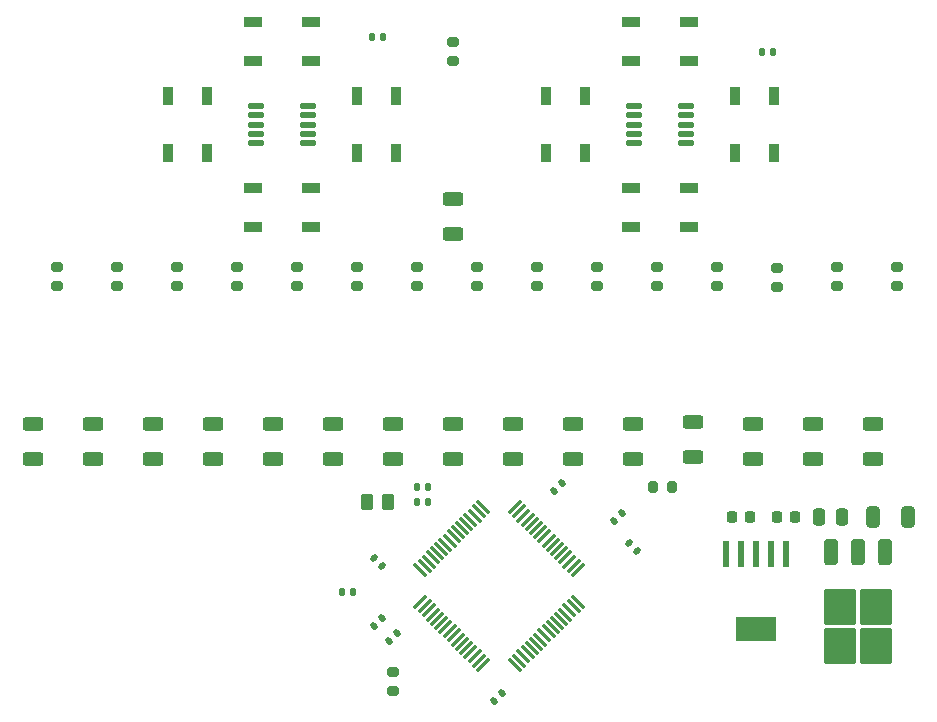
<source format=gbr>
%TF.GenerationSoftware,KiCad,Pcbnew,7.0.9*%
%TF.CreationDate,2024-05-07T12:38:31+09:00*%
%TF.ProjectId,04-line,30342d6c-696e-4652-9e6b-696361645f70,rev?*%
%TF.SameCoordinates,Original*%
%TF.FileFunction,Paste,Bot*%
%TF.FilePolarity,Positive*%
%FSLAX46Y46*%
G04 Gerber Fmt 4.6, Leading zero omitted, Abs format (unit mm)*
G04 Created by KiCad (PCBNEW 7.0.9) date 2024-05-07 12:38:31*
%MOMM*%
%LPD*%
G01*
G04 APERTURE LIST*
G04 Aperture macros list*
%AMRoundRect*
0 Rectangle with rounded corners*
0 $1 Rounding radius*
0 $2 $3 $4 $5 $6 $7 $8 $9 X,Y pos of 4 corners*
0 Add a 4 corners polygon primitive as box body*
4,1,4,$2,$3,$4,$5,$6,$7,$8,$9,$2,$3,0*
0 Add four circle primitives for the rounded corners*
1,1,$1+$1,$2,$3*
1,1,$1+$1,$4,$5*
1,1,$1+$1,$6,$7*
1,1,$1+$1,$8,$9*
0 Add four rect primitives between the rounded corners*
20,1,$1+$1,$2,$3,$4,$5,0*
20,1,$1+$1,$4,$5,$6,$7,0*
20,1,$1+$1,$6,$7,$8,$9,0*
20,1,$1+$1,$8,$9,$2,$3,0*%
G04 Aperture macros list end*
%ADD10RoundRect,0.140000X-0.140000X-0.170000X0.140000X-0.170000X0.140000X0.170000X-0.140000X0.170000X0*%
%ADD11R,0.900000X1.500000*%
%ADD12RoundRect,0.200000X-0.200000X-0.275000X0.200000X-0.275000X0.200000X0.275000X-0.200000X0.275000X0*%
%ADD13RoundRect,0.200000X0.275000X-0.200000X0.275000X0.200000X-0.275000X0.200000X-0.275000X-0.200000X0*%
%ADD14RoundRect,0.125000X0.575000X0.125000X-0.575000X0.125000X-0.575000X-0.125000X0.575000X-0.125000X0*%
%ADD15RoundRect,0.250000X0.325000X0.650000X-0.325000X0.650000X-0.325000X-0.650000X0.325000X-0.650000X0*%
%ADD16RoundRect,0.250000X0.625000X-0.312500X0.625000X0.312500X-0.625000X0.312500X-0.625000X-0.312500X0*%
%ADD17RoundRect,0.250000X-0.250000X-0.475000X0.250000X-0.475000X0.250000X0.475000X-0.250000X0.475000X0*%
%ADD18R,1.500000X0.900000*%
%ADD19RoundRect,0.250000X-0.262500X-0.450000X0.262500X-0.450000X0.262500X0.450000X-0.262500X0.450000X0*%
%ADD20R,0.600000X2.200000*%
%ADD21R,3.450000X2.150000*%
%ADD22RoundRect,0.140000X0.021213X-0.219203X0.219203X-0.021213X-0.021213X0.219203X-0.219203X0.021213X0*%
%ADD23RoundRect,0.140000X0.219203X0.021213X0.021213X0.219203X-0.219203X-0.021213X-0.021213X-0.219203X0*%
%ADD24RoundRect,0.140000X-0.021213X0.219203X-0.219203X0.021213X0.021213X-0.219203X0.219203X-0.021213X0*%
%ADD25RoundRect,0.075000X-0.548008X0.441942X0.441942X-0.548008X0.548008X-0.441942X-0.441942X0.548008X0*%
%ADD26RoundRect,0.075000X-0.548008X-0.441942X-0.441942X-0.548008X0.548008X0.441942X0.441942X0.548008X0*%
%ADD27RoundRect,0.225000X0.225000X0.250000X-0.225000X0.250000X-0.225000X-0.250000X0.225000X-0.250000X0*%
%ADD28RoundRect,0.250000X-0.350000X0.850000X-0.350000X-0.850000X0.350000X-0.850000X0.350000X0.850000X0*%
%ADD29RoundRect,0.250000X-1.125000X1.275000X-1.125000X-1.275000X1.125000X-1.275000X1.125000X1.275000X0*%
%ADD30RoundRect,0.140000X0.140000X0.170000X-0.140000X0.170000X-0.140000X-0.170000X0.140000X-0.170000X0*%
%ADD31RoundRect,0.140000X-0.219203X-0.021213X-0.021213X-0.219203X0.219203X0.021213X0.021213X0.219203X0*%
%ADD32RoundRect,0.225000X-0.225000X-0.250000X0.225000X-0.250000X0.225000X0.250000X-0.225000X0.250000X0*%
%ADD33RoundRect,0.200000X-0.275000X0.200000X-0.275000X-0.200000X0.275000X-0.200000X0.275000X0.200000X0*%
G04 APERTURE END LIST*
D10*
%TO.C,C15*%
X80800000Y-121920000D03*
X81760000Y-121920000D03*
%TD*%
D11*
%TO.C,D6*%
X75750500Y-87550000D03*
X79050500Y-87550000D03*
X79050500Y-92450000D03*
X75750500Y-92450000D03*
%TD*%
D12*
%TO.C,R26*%
X100775000Y-120650000D03*
X102425000Y-120650000D03*
%TD*%
D10*
%TO.C,C16*%
X80800000Y-120650000D03*
X81760000Y-120650000D03*
%TD*%
D13*
%TO.C,R9*%
X83820000Y-84645000D03*
X83820000Y-82995000D03*
%TD*%
D14*
%TO.C,U25*%
X71600500Y-88400000D03*
X71600500Y-89200000D03*
X71600500Y-90000000D03*
X71600500Y-90800000D03*
X71600500Y-91600000D03*
X67200500Y-91600000D03*
X67200500Y-90800000D03*
X67200500Y-90000000D03*
X67200500Y-89200000D03*
X67200500Y-88400000D03*
%TD*%
D15*
%TO.C,C10*%
X122380000Y-123190000D03*
X119430000Y-123190000D03*
%TD*%
D16*
%TO.C,R14*%
X58420000Y-118302500D03*
X58420000Y-115377500D03*
%TD*%
D10*
%TO.C,C6*%
X110010000Y-83820000D03*
X110970000Y-83820000D03*
%TD*%
D16*
%TO.C,R30*%
X99060000Y-118302500D03*
X99060000Y-115377500D03*
%TD*%
D13*
%TO.C,R25*%
X121475000Y-103695000D03*
X121475000Y-102045000D03*
%TD*%
%TO.C,R4*%
X65595000Y-103695000D03*
X65595000Y-102045000D03*
%TD*%
D16*
%TO.C,R10*%
X78740000Y-118302500D03*
X78740000Y-115377500D03*
%TD*%
%TO.C,R34*%
X119380000Y-118302500D03*
X119380000Y-115377500D03*
%TD*%
D13*
%TO.C,R24*%
X116395000Y-103695000D03*
X116395000Y-102045000D03*
%TD*%
D16*
%TO.C,R12*%
X68580000Y-118302500D03*
X68580000Y-115377500D03*
%TD*%
D13*
%TO.C,R7*%
X50355000Y-103695000D03*
X50355000Y-102045000D03*
%TD*%
%TO.C,R21*%
X101155000Y-103695000D03*
X101155000Y-102045000D03*
%TD*%
D16*
%TO.C,R33*%
X114300000Y-118302500D03*
X114300000Y-115377500D03*
%TD*%
%TO.C,R17*%
X83820000Y-118302500D03*
X83820000Y-115377500D03*
%TD*%
D13*
%TO.C,R23*%
X111315000Y-103755000D03*
X111315000Y-102105000D03*
%TD*%
D16*
%TO.C,R11*%
X73660000Y-118302500D03*
X73660000Y-115377500D03*
%TD*%
%TO.C,R18*%
X83820000Y-99252500D03*
X83820000Y-96327500D03*
%TD*%
%TO.C,R16*%
X48260000Y-118302500D03*
X48260000Y-115377500D03*
%TD*%
%TO.C,R32*%
X109220000Y-118302500D03*
X109220000Y-115377500D03*
%TD*%
D13*
%TO.C,R3*%
X70675000Y-103695000D03*
X70675000Y-102045000D03*
%TD*%
D17*
%TO.C,C9*%
X114875000Y-123190000D03*
X116775000Y-123190000D03*
%TD*%
D18*
%TO.C,D5*%
X71850500Y-95350000D03*
X71850500Y-98650000D03*
X66950500Y-98650000D03*
X66950500Y-95350000D03*
%TD*%
D19*
%TO.C,FB1*%
X76557500Y-121920000D03*
X78382500Y-121920000D03*
%TD*%
D18*
%TO.C,D3*%
X103850500Y-81350000D03*
X103850500Y-84650000D03*
X98950500Y-84650000D03*
X98950500Y-81350000D03*
%TD*%
D11*
%TO.C,D8*%
X63050500Y-92450000D03*
X59750500Y-92450000D03*
X59750500Y-87550000D03*
X63050500Y-87550000D03*
%TD*%
D20*
%TO.C,U27*%
X106935000Y-126402500D03*
X108205000Y-126402500D03*
X109475000Y-126402500D03*
X110745000Y-126402500D03*
X112015000Y-126402500D03*
D21*
X109475000Y-132702500D03*
%TD*%
D22*
%TO.C,C4*%
X77130589Y-132419411D03*
X77809411Y-131740589D03*
%TD*%
D23*
%TO.C,C5*%
X77809411Y-127339411D03*
X77130589Y-126660589D03*
%TD*%
D24*
%TO.C,C12*%
X93049411Y-120310589D03*
X92370589Y-120989411D03*
%TD*%
D16*
%TO.C,R31*%
X104140000Y-118110000D03*
X104140000Y-115185000D03*
%TD*%
%TO.C,R28*%
X88900000Y-118302500D03*
X88900000Y-115377500D03*
%TD*%
D13*
%TO.C,R22*%
X106235000Y-103695000D03*
X106235000Y-102045000D03*
%TD*%
D25*
%TO.C,U24*%
X81083678Y-127707106D03*
X81437231Y-127353553D03*
X81790784Y-127000000D03*
X82144338Y-126646446D03*
X82497891Y-126292893D03*
X82851445Y-125939339D03*
X83204998Y-125585786D03*
X83558551Y-125232233D03*
X83912105Y-124878679D03*
X84265658Y-124525126D03*
X84619211Y-124171573D03*
X84972765Y-123818019D03*
X85326318Y-123464466D03*
X85679872Y-123110912D03*
X86033425Y-122757359D03*
X86386978Y-122403806D03*
D26*
X89109340Y-122403806D03*
X89462893Y-122757359D03*
X89816446Y-123110912D03*
X90170000Y-123464466D03*
X90523553Y-123818019D03*
X90877107Y-124171573D03*
X91230660Y-124525126D03*
X91584213Y-124878679D03*
X91937767Y-125232233D03*
X92291320Y-125585786D03*
X92644873Y-125939339D03*
X92998427Y-126292893D03*
X93351980Y-126646446D03*
X93705534Y-127000000D03*
X94059087Y-127353553D03*
X94412640Y-127707106D03*
D25*
X94412640Y-130429468D03*
X94059087Y-130783021D03*
X93705534Y-131136574D03*
X93351980Y-131490128D03*
X92998427Y-131843681D03*
X92644873Y-132197235D03*
X92291320Y-132550788D03*
X91937767Y-132904341D03*
X91584213Y-133257895D03*
X91230660Y-133611448D03*
X90877107Y-133965001D03*
X90523553Y-134318555D03*
X90170000Y-134672108D03*
X89816446Y-135025662D03*
X89462893Y-135379215D03*
X89109340Y-135732768D03*
D26*
X86386978Y-135732768D03*
X86033425Y-135379215D03*
X85679872Y-135025662D03*
X85326318Y-134672108D03*
X84972765Y-134318555D03*
X84619211Y-133965001D03*
X84265658Y-133611448D03*
X83912105Y-133257895D03*
X83558551Y-132904341D03*
X83204998Y-132550788D03*
X82851445Y-132197235D03*
X82497891Y-131843681D03*
X82144338Y-131490128D03*
X81790784Y-131136574D03*
X81437231Y-130783021D03*
X81083678Y-130429468D03*
%TD*%
D27*
%TO.C,C8*%
X112790000Y-123190000D03*
X111240000Y-123190000D03*
%TD*%
D11*
%TO.C,D4*%
X95050500Y-92450000D03*
X91750500Y-92450000D03*
X91750500Y-87550000D03*
X95050500Y-87550000D03*
%TD*%
D24*
%TO.C,C14*%
X79079411Y-133010589D03*
X78400589Y-133689411D03*
%TD*%
D13*
%TO.C,R8*%
X85915000Y-103695000D03*
X85915000Y-102045000D03*
%TD*%
D22*
%TO.C,C2*%
X97450589Y-123529411D03*
X98129411Y-122850589D03*
%TD*%
D16*
%TO.C,R29*%
X93980000Y-118302500D03*
X93980000Y-115377500D03*
%TD*%
D13*
%TO.C,R20*%
X96075000Y-103695000D03*
X96075000Y-102045000D03*
%TD*%
D10*
%TO.C,C3*%
X76990000Y-82550000D03*
X77950000Y-82550000D03*
%TD*%
D13*
%TO.C,R5*%
X60515000Y-103695000D03*
X60515000Y-102045000D03*
%TD*%
D28*
%TO.C,U28*%
X115830000Y-126185000D03*
X118110000Y-126185000D03*
D29*
X119635000Y-130810000D03*
X116585000Y-130810000D03*
X119635000Y-134160000D03*
X116585000Y-134160000D03*
D28*
X120390000Y-126185000D03*
%TD*%
D30*
%TO.C,C1*%
X75410000Y-129540000D03*
X74450000Y-129540000D03*
%TD*%
D13*
%TO.C,R19*%
X90995000Y-103695000D03*
X90995000Y-102045000D03*
%TD*%
D22*
%TO.C,C13*%
X87290589Y-138769411D03*
X87969411Y-138090589D03*
%TD*%
D13*
%TO.C,R1*%
X80835000Y-103695000D03*
X80835000Y-102045000D03*
%TD*%
D16*
%TO.C,R13*%
X63500000Y-118302500D03*
X63500000Y-115377500D03*
%TD*%
D14*
%TO.C,U26*%
X103600500Y-88400000D03*
X103600500Y-89200000D03*
X103600500Y-90000000D03*
X103600500Y-90800000D03*
X103600500Y-91600000D03*
X99200500Y-91600000D03*
X99200500Y-90800000D03*
X99200500Y-90000000D03*
X99200500Y-89200000D03*
X99200500Y-88400000D03*
%TD*%
D11*
%TO.C,D2*%
X107750500Y-87550000D03*
X111050500Y-87550000D03*
X111050500Y-92450000D03*
X107750500Y-92450000D03*
%TD*%
D31*
%TO.C,C11*%
X98720589Y-125390589D03*
X99399411Y-126069411D03*
%TD*%
D18*
%TO.C,D7*%
X66950500Y-84650000D03*
X66950500Y-81350000D03*
X71850500Y-81350000D03*
X71850500Y-84650000D03*
%TD*%
D32*
%TO.C,C7*%
X107430000Y-123190000D03*
X108980000Y-123190000D03*
%TD*%
D33*
%TO.C,R37*%
X78740000Y-136335000D03*
X78740000Y-137985000D03*
%TD*%
D13*
%TO.C,R6*%
X55435000Y-103695000D03*
X55435000Y-102045000D03*
%TD*%
D18*
%TO.C,D1*%
X103850500Y-95350000D03*
X103850500Y-98650000D03*
X98950500Y-98650000D03*
X98950500Y-95350000D03*
%TD*%
D16*
%TO.C,R15*%
X53340000Y-118302500D03*
X53340000Y-115377500D03*
%TD*%
D13*
%TO.C,R2*%
X75755000Y-103695000D03*
X75755000Y-102045000D03*
%TD*%
M02*

</source>
